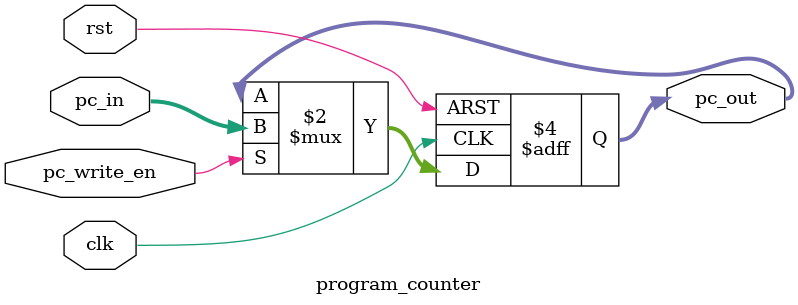
<source format=sv>
module program_counter (
    input  logic        clk,
    input  logic        rst,
    input  logic        pc_write_en,
    input  logic [31:0] pc_in,
    output logic [31:0] pc_out
);

    always_ff @(posedge clk or posedge rst) begin
        if (rst)
            pc_out <= 32'h0000_0000;
        else if (pc_write_en)
            pc_out <= pc_in;
        // else, hold the current value
    end

endmodule

</source>
